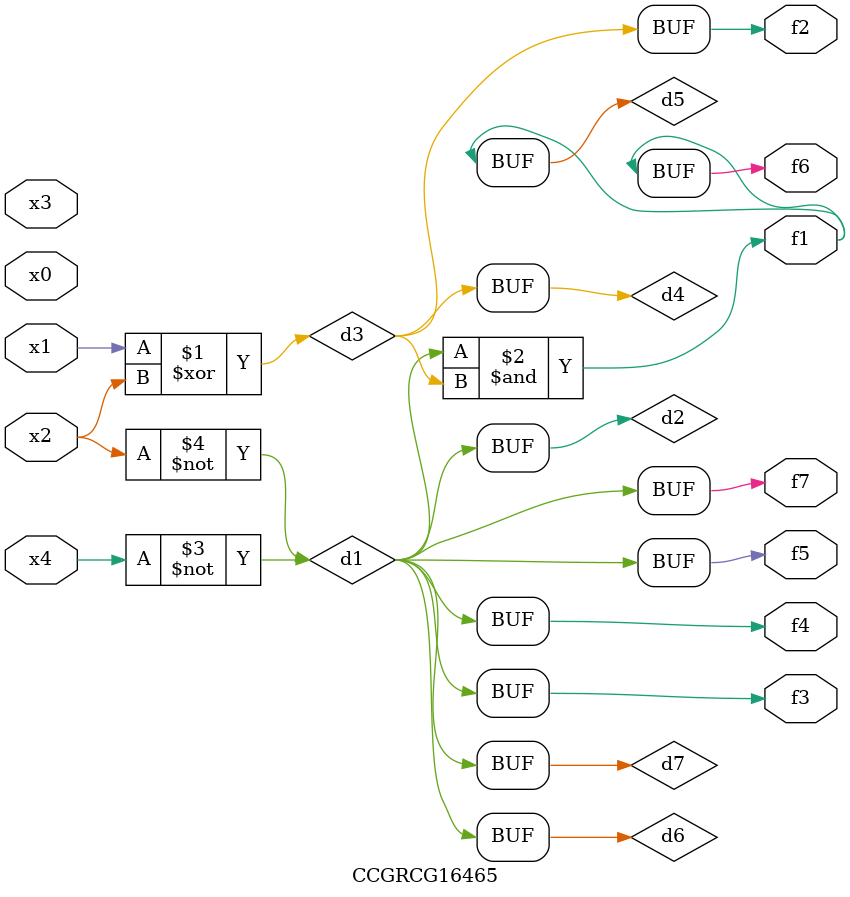
<source format=v>
module CCGRCG16465(
	input x0, x1, x2, x3, x4,
	output f1, f2, f3, f4, f5, f6, f7
);

	wire d1, d2, d3, d4, d5, d6, d7;

	not (d1, x4);
	not (d2, x2);
	xor (d3, x1, x2);
	buf (d4, d3);
	and (d5, d1, d3);
	buf (d6, d1, d2);
	buf (d7, d2);
	assign f1 = d5;
	assign f2 = d4;
	assign f3 = d7;
	assign f4 = d7;
	assign f5 = d7;
	assign f6 = d5;
	assign f7 = d7;
endmodule

</source>
